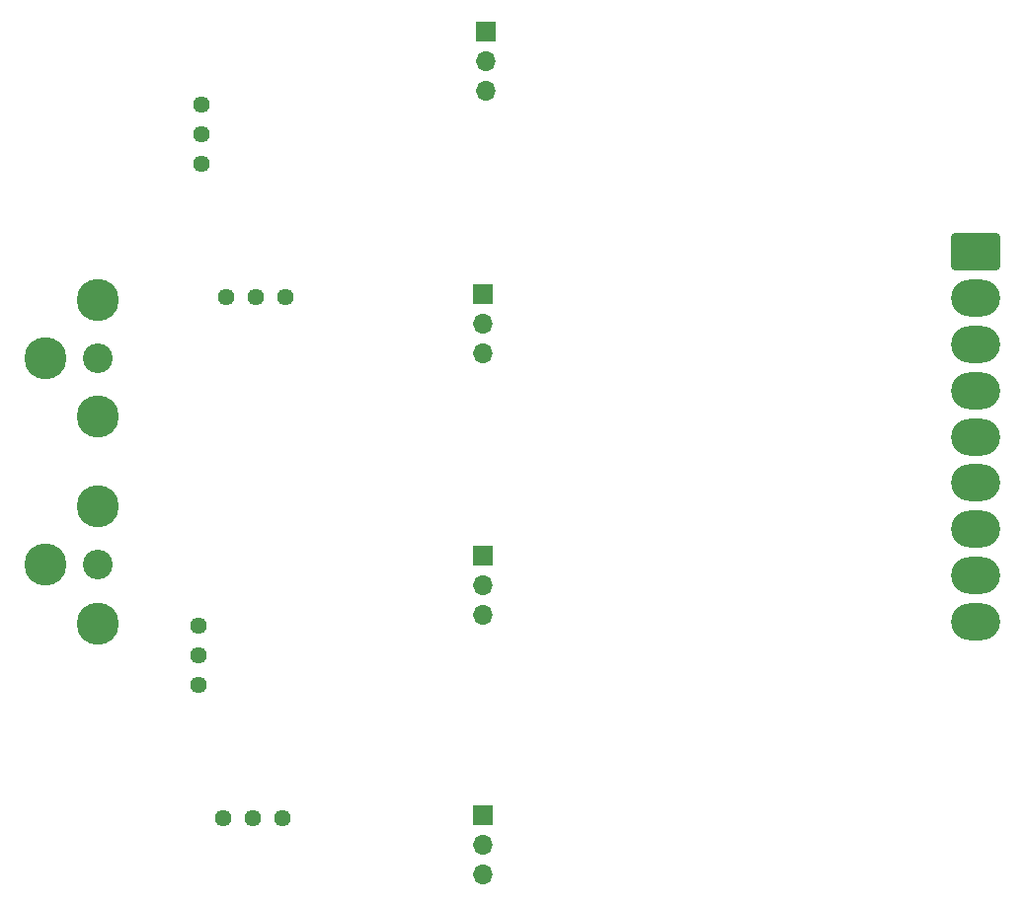
<source format=gbr>
%TF.GenerationSoftware,KiCad,Pcbnew,9.0.0*%
%TF.CreationDate,2025-03-19T20:57:18-07:00*%
%TF.ProjectId,deflection_board_2,6465666c-6563-4746-996f-6e5f626f6172,rev?*%
%TF.SameCoordinates,Original*%
%TF.FileFunction,Soldermask,Bot*%
%TF.FilePolarity,Negative*%
%FSLAX46Y46*%
G04 Gerber Fmt 4.6, Leading zero omitted, Abs format (unit mm)*
G04 Created by KiCad (PCBNEW 9.0.0) date 2025-03-19 20:57:18*
%MOMM*%
%LPD*%
G01*
G04 APERTURE LIST*
G04 Aperture macros list*
%AMRoundRect*
0 Rectangle with rounded corners*
0 $1 Rounding radius*
0 $2 $3 $4 $5 $6 $7 $8 $9 X,Y pos of 4 corners*
0 Add a 4 corners polygon primitive as box body*
4,1,4,$2,$3,$4,$5,$6,$7,$8,$9,$2,$3,0*
0 Add four circle primitives for the rounded corners*
1,1,$1+$1,$2,$3*
1,1,$1+$1,$4,$5*
1,1,$1+$1,$6,$7*
1,1,$1+$1,$8,$9*
0 Add four rect primitives between the rounded corners*
20,1,$1+$1,$2,$3,$4,$5,0*
20,1,$1+$1,$4,$5,$6,$7,0*
20,1,$1+$1,$6,$7,$8,$9,0*
20,1,$1+$1,$8,$9,$2,$3,0*%
G04 Aperture macros list end*
%ADD10C,3.616000*%
%ADD11C,2.550000*%
%ADD12C,1.440000*%
%ADD13R,1.700000X1.700000*%
%ADD14O,1.700000X1.700000*%
%ADD15RoundRect,0.250000X-1.850000X1.330000X-1.850000X-1.330000X1.850000X-1.330000X1.850000X1.330000X0*%
%ADD16O,4.200000X3.160000*%
G04 APERTURE END LIST*
D10*
%TO.C,J6*%
X143750000Y-98750000D03*
X143750000Y-108750000D03*
X139250000Y-103750000D03*
D11*
X143750000Y-103750000D03*
%TD*%
D12*
%TO.C,RV8*%
X152400000Y-126720000D03*
X152400000Y-129260000D03*
X152400000Y-131800000D03*
%TD*%
D13*
%TO.C,J4*%
X176750000Y-142975000D03*
D14*
X176750000Y-145515000D03*
X176750000Y-148055000D03*
%TD*%
D10*
%TO.C,J7*%
X143750000Y-116500000D03*
X143750000Y-126500000D03*
X139250000Y-121500000D03*
D11*
X143750000Y-121500000D03*
%TD*%
D12*
%TO.C,RV7*%
X154700000Y-98500000D03*
X157240000Y-98500000D03*
X159780000Y-98500000D03*
%TD*%
D13*
%TO.C,J1*%
X177000000Y-75725000D03*
D14*
X177000000Y-78265000D03*
X177000000Y-80805000D03*
%TD*%
D13*
%TO.C,J3*%
X176750000Y-120725000D03*
D14*
X176750000Y-123265000D03*
X176750000Y-125805000D03*
%TD*%
D12*
%TO.C,RV6*%
X152650000Y-81970000D03*
X152650000Y-84510000D03*
X152650000Y-87050000D03*
%TD*%
D13*
%TO.C,J2*%
X176750000Y-98225000D03*
D14*
X176750000Y-100765000D03*
X176750000Y-103305000D03*
%TD*%
D12*
%TO.C,RV9*%
X154450000Y-143250000D03*
X156990000Y-143250000D03*
X159530000Y-143250000D03*
%TD*%
D15*
%TO.C,J5*%
X219000000Y-94660000D03*
D16*
X219000000Y-98620000D03*
X219000000Y-102580000D03*
X219000000Y-106540000D03*
X219000000Y-110500000D03*
X219000000Y-114460000D03*
X219000000Y-118420000D03*
X219000000Y-122380000D03*
X219000000Y-126340000D03*
%TD*%
M02*

</source>
